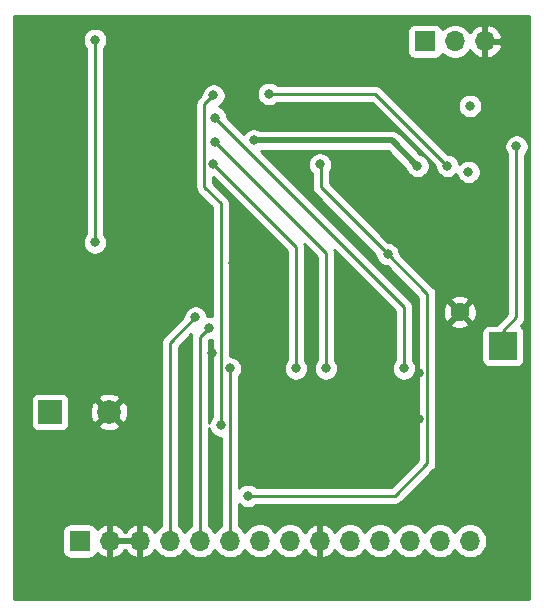
<source format=gbr>
%TF.GenerationSoftware,KiCad,Pcbnew,(5.1.10)-1*%
%TF.CreationDate,2021-07-07T23:24:12+02:00*%
%TF.ProjectId,Wortuhr_SK6812,576f7274-7568-4725-9f53-4b363831322e,rev?*%
%TF.SameCoordinates,Original*%
%TF.FileFunction,Copper,L2,Bot*%
%TF.FilePolarity,Positive*%
%FSLAX46Y46*%
G04 Gerber Fmt 4.6, Leading zero omitted, Abs format (unit mm)*
G04 Created by KiCad (PCBNEW (5.1.10)-1) date 2021-07-07 23:24:12*
%MOMM*%
%LPD*%
G01*
G04 APERTURE LIST*
%TA.AperFunction,ComponentPad*%
%ADD10O,1.700000X1.700000*%
%TD*%
%TA.AperFunction,ComponentPad*%
%ADD11R,1.700000X1.700000*%
%TD*%
%TA.AperFunction,ComponentPad*%
%ADD12C,1.600000*%
%TD*%
%TA.AperFunction,ComponentPad*%
%ADD13R,2.350000X2.350000*%
%TD*%
%TA.AperFunction,ComponentPad*%
%ADD14C,2.000000*%
%TD*%
%TA.AperFunction,ComponentPad*%
%ADD15R,2.000000X2.000000*%
%TD*%
%TA.AperFunction,ViaPad*%
%ADD16C,0.800000*%
%TD*%
%TA.AperFunction,Conductor*%
%ADD17C,0.250000*%
%TD*%
%TA.AperFunction,Conductor*%
%ADD18C,0.500000*%
%TD*%
%TA.AperFunction,Conductor*%
%ADD19C,0.254000*%
%TD*%
%TA.AperFunction,Conductor*%
%ADD20C,0.100000*%
%TD*%
G04 APERTURE END LIST*
D10*
%TO.P,J2,3*%
%TO.N,GND*%
X153035000Y-110871000D03*
%TO.P,J2,2*%
%TO.N,/RX*%
X150495000Y-110871000D03*
D11*
%TO.P,J2,1*%
%TO.N,/TX*%
X147955000Y-110871000D03*
%TD*%
D12*
%TO.P,BT1,2*%
%TO.N,GND*%
X150909000Y-133777000D03*
D13*
%TO.P,BT1,1*%
%TO.N,Net-(BT1-Pad1)*%
X154559000Y-136652000D03*
%TD*%
D10*
%TO.P,J1,14*%
%TO.N,VCC*%
X151765000Y-153162000D03*
%TO.P,J1,13*%
%TO.N,/MOS4*%
X149225000Y-153162000D03*
%TO.P,J1,12*%
%TO.N,/MOS3*%
X146685000Y-153162000D03*
%TO.P,J1,11*%
%TO.N,/MOS2*%
X144145000Y-153162000D03*
%TO.P,J1,10*%
%TO.N,/MOS1*%
X141605000Y-153162000D03*
%TO.P,J1,9*%
%TO.N,GND*%
X139065000Y-153162000D03*
%TO.P,J1,8*%
%TO.N,/C5*%
X136525000Y-153162000D03*
%TO.P,J1,7*%
%TO.N,/D5*%
X133985000Y-153162000D03*
%TO.P,J1,6*%
%TO.N,+3V3*%
X131445000Y-153162000D03*
%TO.P,J1,5*%
%TO.N,/SDA*%
X128905000Y-153162000D03*
%TO.P,J1,4*%
%TO.N,/SCL*%
X126365000Y-153162000D03*
%TO.P,J1,3*%
%TO.N,GND*%
X123825000Y-153162000D03*
%TO.P,J1,2*%
X121285000Y-153162000D03*
D11*
%TO.P,J1,1*%
%TO.N,VCC*%
X118745000Y-153162000D03*
%TD*%
D14*
%TO.P,C1,2*%
%TO.N,GND*%
X121205000Y-142240000D03*
D15*
%TO.P,C1,1*%
%TO.N,VCC*%
X116205000Y-142240000D03*
%TD*%
D16*
%TO.N,*%
X151765000Y-116332000D03*
X151638000Y-121920000D03*
%TO.N,GND*%
X121158000Y-139700000D03*
X126111000Y-134493000D03*
X123698000Y-150622000D03*
X121285000Y-150622000D03*
X124206000Y-120142000D03*
X114808000Y-110998000D03*
X117602000Y-110998000D03*
X121158000Y-130175000D03*
X154051000Y-126238000D03*
X138938000Y-110617000D03*
X138938000Y-112141000D03*
X133604000Y-110617000D03*
X133604000Y-112141000D03*
X132588000Y-117094000D03*
X129286000Y-125984000D03*
X138811000Y-150622000D03*
X138303000Y-142875000D03*
X140843000Y-142875000D03*
X144907000Y-142875000D03*
X147447000Y-142875000D03*
X151257000Y-139192000D03*
X131699000Y-129667000D03*
X147447000Y-138938000D03*
X144907000Y-138938000D03*
X117602000Y-115443000D03*
X117475000Y-119761000D03*
X137033000Y-117094000D03*
X137033000Y-121285000D03*
X129921000Y-137287000D03*
X154305000Y-116332000D03*
X154178000Y-121920000D03*
X145542000Y-131191000D03*
X131826000Y-133096000D03*
X140970000Y-132842000D03*
X133223000Y-143637000D03*
X125349000Y-112141000D03*
X130175000Y-150622000D03*
X127635000Y-150622000D03*
X140843000Y-138938000D03*
X138303000Y-138938000D03*
%TO.N,+3V3*%
X131445000Y-138557000D03*
X133477000Y-119253000D03*
X147320000Y-121412000D03*
%TO.N,/SDA*%
X129667000Y-135128000D03*
%TO.N,/SCL*%
X128524000Y-134239000D03*
%TO.N,Net-(Q1-Pad4)*%
X130048000Y-121285000D03*
X137033000Y-138557000D03*
%TO.N,Net-(Q1-Pad2)*%
X130175000Y-119380000D03*
X139573000Y-138557000D03*
%TO.N,Net-(Q2-Pad2)*%
X130175000Y-117348000D03*
X146177000Y-138557000D03*
%TO.N,Net-(BT1-Pad1)*%
X155702000Y-119761000D03*
%TO.N,/RST*%
X120015000Y-127889000D03*
X120015000Y-110744000D03*
X134747000Y-115316000D03*
X149860000Y-121412000D03*
%TO.N,/D3.3*%
X132969000Y-149352000D03*
X139065000Y-121285000D03*
X144808501Y-128876499D03*
%TO.N,/C3.3*%
X130048000Y-115443000D03*
X130683000Y-143383000D03*
%TD*%
D17*
%TO.N,+3V3*%
X131445000Y-149802998D02*
X131445000Y-138557000D01*
X131445000Y-153162000D02*
X131445000Y-149802998D01*
D18*
X133477000Y-119253000D02*
X145161000Y-119253000D01*
X145161000Y-119253000D02*
X147320000Y-121412000D01*
D17*
%TO.N,/SDA*%
X128905000Y-135890000D02*
X129667000Y-135128000D01*
X128905000Y-153162000D02*
X128905000Y-135890000D01*
%TO.N,/SCL*%
X126365000Y-153162000D02*
X126365000Y-136398000D01*
X126365000Y-136398000D02*
X128524000Y-134239000D01*
%TO.N,Net-(Q1-Pad4)*%
X137033000Y-128270000D02*
X137033000Y-138557000D01*
X130048000Y-121285000D02*
X137033000Y-128270000D01*
%TO.N,Net-(Q1-Pad2)*%
X139573000Y-128778000D02*
X139573000Y-138557000D01*
X130175000Y-119380000D02*
X139573000Y-128778000D01*
%TO.N,Net-(Q2-Pad2)*%
X146177000Y-133350000D02*
X146177000Y-138557000D01*
X130175000Y-117348000D02*
X146177000Y-133350000D01*
%TO.N,Net-(BT1-Pad1)*%
X155702000Y-119761000D02*
X155702000Y-134239000D01*
X154559000Y-135382000D02*
X154559000Y-136652000D01*
X155702000Y-134239000D02*
X154559000Y-135382000D01*
%TO.N,/RST*%
X143764000Y-115316000D02*
X149860000Y-121412000D01*
X134747000Y-115316000D02*
X143764000Y-115316000D01*
X120015000Y-110744000D02*
X120015000Y-127889000D01*
%TO.N,/D3.3*%
X148172001Y-146594999D02*
X148172001Y-132239999D01*
X145415000Y-149352000D02*
X148172001Y-146594999D01*
X132969000Y-149352000D02*
X145415000Y-149352000D01*
X144808501Y-128876499D02*
X148172001Y-132239999D01*
X144808501Y-128876499D02*
X139122002Y-123190000D01*
X139122002Y-121342002D02*
X139065000Y-121285000D01*
X139122002Y-123190000D02*
X139122002Y-121342002D01*
%TO.N,/C3.3*%
X130048000Y-115570000D02*
X130048000Y-115443000D01*
X129286000Y-116205000D02*
X130048000Y-115443000D01*
X129286000Y-123190000D02*
X129286000Y-116205000D01*
X130683000Y-124587000D02*
X129286000Y-123190000D01*
X130683000Y-143383000D02*
X130683000Y-124587000D01*
%TD*%
D19*
%TO.N,GND*%
X156795001Y-158065000D02*
X113207000Y-158065000D01*
X113207000Y-152312000D01*
X117256928Y-152312000D01*
X117256928Y-154012000D01*
X117269188Y-154136482D01*
X117305498Y-154256180D01*
X117364463Y-154366494D01*
X117443815Y-154463185D01*
X117540506Y-154542537D01*
X117650820Y-154601502D01*
X117770518Y-154637812D01*
X117895000Y-154650072D01*
X119595000Y-154650072D01*
X119719482Y-154637812D01*
X119839180Y-154601502D01*
X119949494Y-154542537D01*
X120046185Y-154463185D01*
X120125537Y-154366494D01*
X120184502Y-154256180D01*
X120208966Y-154175534D01*
X120284731Y-154259588D01*
X120518080Y-154433641D01*
X120780901Y-154558825D01*
X120928110Y-154603476D01*
X121158000Y-154482155D01*
X121158000Y-153289000D01*
X121412000Y-153289000D01*
X121412000Y-154482155D01*
X121641890Y-154603476D01*
X121789099Y-154558825D01*
X122051920Y-154433641D01*
X122285269Y-154259588D01*
X122480178Y-154043355D01*
X122555000Y-153917745D01*
X122629822Y-154043355D01*
X122824731Y-154259588D01*
X123058080Y-154433641D01*
X123320901Y-154558825D01*
X123468110Y-154603476D01*
X123698000Y-154482155D01*
X123698000Y-153289000D01*
X121412000Y-153289000D01*
X121158000Y-153289000D01*
X121138000Y-153289000D01*
X121138000Y-153035000D01*
X121158000Y-153035000D01*
X121158000Y-151841845D01*
X121412000Y-151841845D01*
X121412000Y-153035000D01*
X123698000Y-153035000D01*
X123698000Y-151841845D01*
X123952000Y-151841845D01*
X123952000Y-153035000D01*
X123972000Y-153035000D01*
X123972000Y-153289000D01*
X123952000Y-153289000D01*
X123952000Y-154482155D01*
X124181890Y-154603476D01*
X124329099Y-154558825D01*
X124591920Y-154433641D01*
X124825269Y-154259588D01*
X125020178Y-154043355D01*
X125089805Y-153926466D01*
X125211525Y-154108632D01*
X125418368Y-154315475D01*
X125661589Y-154477990D01*
X125931842Y-154589932D01*
X126218740Y-154647000D01*
X126511260Y-154647000D01*
X126798158Y-154589932D01*
X127068411Y-154477990D01*
X127311632Y-154315475D01*
X127518475Y-154108632D01*
X127635000Y-153934240D01*
X127751525Y-154108632D01*
X127958368Y-154315475D01*
X128201589Y-154477990D01*
X128471842Y-154589932D01*
X128758740Y-154647000D01*
X129051260Y-154647000D01*
X129338158Y-154589932D01*
X129608411Y-154477990D01*
X129851632Y-154315475D01*
X130058475Y-154108632D01*
X130175000Y-153934240D01*
X130291525Y-154108632D01*
X130498368Y-154315475D01*
X130741589Y-154477990D01*
X131011842Y-154589932D01*
X131298740Y-154647000D01*
X131591260Y-154647000D01*
X131878158Y-154589932D01*
X132148411Y-154477990D01*
X132391632Y-154315475D01*
X132598475Y-154108632D01*
X132715000Y-153934240D01*
X132831525Y-154108632D01*
X133038368Y-154315475D01*
X133281589Y-154477990D01*
X133551842Y-154589932D01*
X133838740Y-154647000D01*
X134131260Y-154647000D01*
X134418158Y-154589932D01*
X134688411Y-154477990D01*
X134931632Y-154315475D01*
X135138475Y-154108632D01*
X135255000Y-153934240D01*
X135371525Y-154108632D01*
X135578368Y-154315475D01*
X135821589Y-154477990D01*
X136091842Y-154589932D01*
X136378740Y-154647000D01*
X136671260Y-154647000D01*
X136958158Y-154589932D01*
X137228411Y-154477990D01*
X137471632Y-154315475D01*
X137678475Y-154108632D01*
X137800195Y-153926466D01*
X137869822Y-154043355D01*
X138064731Y-154259588D01*
X138298080Y-154433641D01*
X138560901Y-154558825D01*
X138708110Y-154603476D01*
X138938000Y-154482155D01*
X138938000Y-153289000D01*
X138918000Y-153289000D01*
X138918000Y-153035000D01*
X138938000Y-153035000D01*
X138938000Y-151841845D01*
X139192000Y-151841845D01*
X139192000Y-153035000D01*
X139212000Y-153035000D01*
X139212000Y-153289000D01*
X139192000Y-153289000D01*
X139192000Y-154482155D01*
X139421890Y-154603476D01*
X139569099Y-154558825D01*
X139831920Y-154433641D01*
X140065269Y-154259588D01*
X140260178Y-154043355D01*
X140329805Y-153926466D01*
X140451525Y-154108632D01*
X140658368Y-154315475D01*
X140901589Y-154477990D01*
X141171842Y-154589932D01*
X141458740Y-154647000D01*
X141751260Y-154647000D01*
X142038158Y-154589932D01*
X142308411Y-154477990D01*
X142551632Y-154315475D01*
X142758475Y-154108632D01*
X142875000Y-153934240D01*
X142991525Y-154108632D01*
X143198368Y-154315475D01*
X143441589Y-154477990D01*
X143711842Y-154589932D01*
X143998740Y-154647000D01*
X144291260Y-154647000D01*
X144578158Y-154589932D01*
X144848411Y-154477990D01*
X145091632Y-154315475D01*
X145298475Y-154108632D01*
X145415000Y-153934240D01*
X145531525Y-154108632D01*
X145738368Y-154315475D01*
X145981589Y-154477990D01*
X146251842Y-154589932D01*
X146538740Y-154647000D01*
X146831260Y-154647000D01*
X147118158Y-154589932D01*
X147388411Y-154477990D01*
X147631632Y-154315475D01*
X147838475Y-154108632D01*
X147955000Y-153934240D01*
X148071525Y-154108632D01*
X148278368Y-154315475D01*
X148521589Y-154477990D01*
X148791842Y-154589932D01*
X149078740Y-154647000D01*
X149371260Y-154647000D01*
X149658158Y-154589932D01*
X149928411Y-154477990D01*
X150171632Y-154315475D01*
X150378475Y-154108632D01*
X150495000Y-153934240D01*
X150611525Y-154108632D01*
X150818368Y-154315475D01*
X151061589Y-154477990D01*
X151331842Y-154589932D01*
X151618740Y-154647000D01*
X151911260Y-154647000D01*
X152198158Y-154589932D01*
X152468411Y-154477990D01*
X152711632Y-154315475D01*
X152918475Y-154108632D01*
X153080990Y-153865411D01*
X153192932Y-153595158D01*
X153250000Y-153308260D01*
X153250000Y-153015740D01*
X153192932Y-152728842D01*
X153080990Y-152458589D01*
X152918475Y-152215368D01*
X152711632Y-152008525D01*
X152468411Y-151846010D01*
X152198158Y-151734068D01*
X151911260Y-151677000D01*
X151618740Y-151677000D01*
X151331842Y-151734068D01*
X151061589Y-151846010D01*
X150818368Y-152008525D01*
X150611525Y-152215368D01*
X150495000Y-152389760D01*
X150378475Y-152215368D01*
X150171632Y-152008525D01*
X149928411Y-151846010D01*
X149658158Y-151734068D01*
X149371260Y-151677000D01*
X149078740Y-151677000D01*
X148791842Y-151734068D01*
X148521589Y-151846010D01*
X148278368Y-152008525D01*
X148071525Y-152215368D01*
X147955000Y-152389760D01*
X147838475Y-152215368D01*
X147631632Y-152008525D01*
X147388411Y-151846010D01*
X147118158Y-151734068D01*
X146831260Y-151677000D01*
X146538740Y-151677000D01*
X146251842Y-151734068D01*
X145981589Y-151846010D01*
X145738368Y-152008525D01*
X145531525Y-152215368D01*
X145415000Y-152389760D01*
X145298475Y-152215368D01*
X145091632Y-152008525D01*
X144848411Y-151846010D01*
X144578158Y-151734068D01*
X144291260Y-151677000D01*
X143998740Y-151677000D01*
X143711842Y-151734068D01*
X143441589Y-151846010D01*
X143198368Y-152008525D01*
X142991525Y-152215368D01*
X142875000Y-152389760D01*
X142758475Y-152215368D01*
X142551632Y-152008525D01*
X142308411Y-151846010D01*
X142038158Y-151734068D01*
X141751260Y-151677000D01*
X141458740Y-151677000D01*
X141171842Y-151734068D01*
X140901589Y-151846010D01*
X140658368Y-152008525D01*
X140451525Y-152215368D01*
X140329805Y-152397534D01*
X140260178Y-152280645D01*
X140065269Y-152064412D01*
X139831920Y-151890359D01*
X139569099Y-151765175D01*
X139421890Y-151720524D01*
X139192000Y-151841845D01*
X138938000Y-151841845D01*
X138708110Y-151720524D01*
X138560901Y-151765175D01*
X138298080Y-151890359D01*
X138064731Y-152064412D01*
X137869822Y-152280645D01*
X137800195Y-152397534D01*
X137678475Y-152215368D01*
X137471632Y-152008525D01*
X137228411Y-151846010D01*
X136958158Y-151734068D01*
X136671260Y-151677000D01*
X136378740Y-151677000D01*
X136091842Y-151734068D01*
X135821589Y-151846010D01*
X135578368Y-152008525D01*
X135371525Y-152215368D01*
X135255000Y-152389760D01*
X135138475Y-152215368D01*
X134931632Y-152008525D01*
X134688411Y-151846010D01*
X134418158Y-151734068D01*
X134131260Y-151677000D01*
X133838740Y-151677000D01*
X133551842Y-151734068D01*
X133281589Y-151846010D01*
X133038368Y-152008525D01*
X132831525Y-152215368D01*
X132715000Y-152389760D01*
X132598475Y-152215368D01*
X132391632Y-152008525D01*
X132205000Y-151883822D01*
X132205000Y-150051711D01*
X132309226Y-150155937D01*
X132478744Y-150269205D01*
X132667102Y-150347226D01*
X132867061Y-150387000D01*
X133070939Y-150387000D01*
X133270898Y-150347226D01*
X133459256Y-150269205D01*
X133628774Y-150155937D01*
X133672711Y-150112000D01*
X145377678Y-150112000D01*
X145415000Y-150115676D01*
X145452322Y-150112000D01*
X145452333Y-150112000D01*
X145563986Y-150101003D01*
X145707247Y-150057546D01*
X145839276Y-149986974D01*
X145955001Y-149892001D01*
X145978804Y-149862997D01*
X148683005Y-147158797D01*
X148712002Y-147135000D01*
X148806975Y-147019275D01*
X148877547Y-146887246D01*
X148921004Y-146743985D01*
X148932001Y-146632332D01*
X148932001Y-146632323D01*
X148935677Y-146595000D01*
X148932001Y-146557677D01*
X148932001Y-135477000D01*
X152745928Y-135477000D01*
X152745928Y-137827000D01*
X152758188Y-137951482D01*
X152794498Y-138071180D01*
X152853463Y-138181494D01*
X152932815Y-138278185D01*
X153029506Y-138357537D01*
X153139820Y-138416502D01*
X153259518Y-138452812D01*
X153384000Y-138465072D01*
X155734000Y-138465072D01*
X155858482Y-138452812D01*
X155978180Y-138416502D01*
X156088494Y-138357537D01*
X156185185Y-138278185D01*
X156264537Y-138181494D01*
X156323502Y-138071180D01*
X156359812Y-137951482D01*
X156372072Y-137827000D01*
X156372072Y-135477000D01*
X156359812Y-135352518D01*
X156323502Y-135232820D01*
X156264537Y-135122506D01*
X156185185Y-135025815D01*
X156088494Y-134946463D01*
X156076011Y-134939791D01*
X156213003Y-134802799D01*
X156242001Y-134779001D01*
X156282826Y-134729256D01*
X156336974Y-134663277D01*
X156407546Y-134531247D01*
X156449393Y-134393292D01*
X156451003Y-134387986D01*
X156462000Y-134276333D01*
X156462000Y-134276324D01*
X156465676Y-134239001D01*
X156462000Y-134201678D01*
X156462000Y-120464711D01*
X156505937Y-120420774D01*
X156619205Y-120251256D01*
X156697226Y-120062898D01*
X156737000Y-119862939D01*
X156737000Y-119659061D01*
X156697226Y-119459102D01*
X156619205Y-119270744D01*
X156505937Y-119101226D01*
X156361774Y-118957063D01*
X156192256Y-118843795D01*
X156003898Y-118765774D01*
X155803939Y-118726000D01*
X155600061Y-118726000D01*
X155400102Y-118765774D01*
X155211744Y-118843795D01*
X155042226Y-118957063D01*
X154898063Y-119101226D01*
X154784795Y-119270744D01*
X154706774Y-119459102D01*
X154667000Y-119659061D01*
X154667000Y-119862939D01*
X154706774Y-120062898D01*
X154784795Y-120251256D01*
X154898063Y-120420774D01*
X154942000Y-120464711D01*
X154942001Y-133924197D01*
X154048002Y-134818196D01*
X154022741Y-134838928D01*
X153384000Y-134838928D01*
X153259518Y-134851188D01*
X153139820Y-134887498D01*
X153029506Y-134946463D01*
X152932815Y-135025815D01*
X152853463Y-135122506D01*
X152794498Y-135232820D01*
X152758188Y-135352518D01*
X152745928Y-135477000D01*
X148932001Y-135477000D01*
X148932001Y-134769702D01*
X150095903Y-134769702D01*
X150167486Y-135013671D01*
X150422996Y-135134571D01*
X150697184Y-135203300D01*
X150979512Y-135217217D01*
X151259130Y-135175787D01*
X151525292Y-135080603D01*
X151650514Y-135013671D01*
X151722097Y-134769702D01*
X150909000Y-133956605D01*
X150095903Y-134769702D01*
X148932001Y-134769702D01*
X148932001Y-133847512D01*
X149468783Y-133847512D01*
X149510213Y-134127130D01*
X149605397Y-134393292D01*
X149672329Y-134518514D01*
X149916298Y-134590097D01*
X150729395Y-133777000D01*
X151088605Y-133777000D01*
X151901702Y-134590097D01*
X152145671Y-134518514D01*
X152266571Y-134263004D01*
X152335300Y-133988816D01*
X152349217Y-133706488D01*
X152307787Y-133426870D01*
X152212603Y-133160708D01*
X152145671Y-133035486D01*
X151901702Y-132963903D01*
X151088605Y-133777000D01*
X150729395Y-133777000D01*
X149916298Y-132963903D01*
X149672329Y-133035486D01*
X149551429Y-133290996D01*
X149482700Y-133565184D01*
X149468783Y-133847512D01*
X148932001Y-133847512D01*
X148932001Y-132784298D01*
X150095903Y-132784298D01*
X150909000Y-133597395D01*
X151722097Y-132784298D01*
X151650514Y-132540329D01*
X151395004Y-132419429D01*
X151120816Y-132350700D01*
X150838488Y-132336783D01*
X150558870Y-132378213D01*
X150292708Y-132473397D01*
X150167486Y-132540329D01*
X150095903Y-132784298D01*
X148932001Y-132784298D01*
X148932001Y-132277321D01*
X148935677Y-132239998D01*
X148932001Y-132202675D01*
X148932001Y-132202666D01*
X148921004Y-132091013D01*
X148877547Y-131947752D01*
X148806975Y-131815723D01*
X148712002Y-131699998D01*
X148683004Y-131676200D01*
X145843501Y-128836698D01*
X145843501Y-128774560D01*
X145803727Y-128574601D01*
X145725706Y-128386243D01*
X145612438Y-128216725D01*
X145468275Y-128072562D01*
X145298757Y-127959294D01*
X145110399Y-127881273D01*
X144910440Y-127841499D01*
X144848303Y-127841499D01*
X139882002Y-122875199D01*
X139882002Y-121925221D01*
X139982205Y-121775256D01*
X140060226Y-121586898D01*
X140100000Y-121386939D01*
X140100000Y-121183061D01*
X140060226Y-120983102D01*
X139982205Y-120794744D01*
X139868937Y-120625226D01*
X139724774Y-120481063D01*
X139555256Y-120367795D01*
X139366898Y-120289774D01*
X139166939Y-120250000D01*
X138963061Y-120250000D01*
X138763102Y-120289774D01*
X138574744Y-120367795D01*
X138405226Y-120481063D01*
X138261063Y-120625226D01*
X138147795Y-120794744D01*
X138069774Y-120983102D01*
X138030000Y-121183061D01*
X138030000Y-121386939D01*
X138069774Y-121586898D01*
X138147795Y-121775256D01*
X138261063Y-121944774D01*
X138362003Y-122045714D01*
X138362002Y-123152677D01*
X138358326Y-123190000D01*
X138362002Y-123227322D01*
X138362002Y-123227332D01*
X138372999Y-123338985D01*
X138416456Y-123482246D01*
X138487028Y-123614276D01*
X138526873Y-123662826D01*
X138582001Y-123730001D01*
X138611005Y-123753804D01*
X143773501Y-128916301D01*
X143773501Y-128978438D01*
X143813275Y-129178397D01*
X143891296Y-129366755D01*
X144004564Y-129536273D01*
X144148727Y-129680436D01*
X144318245Y-129793704D01*
X144506603Y-129871725D01*
X144706562Y-129911499D01*
X144768700Y-129911499D01*
X147412002Y-132554802D01*
X147412001Y-146280197D01*
X145100199Y-148592000D01*
X133672711Y-148592000D01*
X133628774Y-148548063D01*
X133459256Y-148434795D01*
X133270898Y-148356774D01*
X133070939Y-148317000D01*
X132867061Y-148317000D01*
X132667102Y-148356774D01*
X132478744Y-148434795D01*
X132309226Y-148548063D01*
X132205000Y-148652289D01*
X132205000Y-139260711D01*
X132248937Y-139216774D01*
X132362205Y-139047256D01*
X132440226Y-138858898D01*
X132480000Y-138658939D01*
X132480000Y-138455061D01*
X132440226Y-138255102D01*
X132362205Y-138066744D01*
X132248937Y-137897226D01*
X132104774Y-137753063D01*
X131935256Y-137639795D01*
X131746898Y-137561774D01*
X131546939Y-137522000D01*
X131443000Y-137522000D01*
X131443000Y-124624322D01*
X131446676Y-124586999D01*
X131443000Y-124549676D01*
X131443000Y-124549667D01*
X131432003Y-124438014D01*
X131388546Y-124294753D01*
X131317974Y-124162724D01*
X131223001Y-124046999D01*
X131194003Y-124023201D01*
X130046000Y-122875199D01*
X130046000Y-122357801D01*
X136273000Y-128584802D01*
X136273001Y-137853288D01*
X136229063Y-137897226D01*
X136115795Y-138066744D01*
X136037774Y-138255102D01*
X135998000Y-138455061D01*
X135998000Y-138658939D01*
X136037774Y-138858898D01*
X136115795Y-139047256D01*
X136229063Y-139216774D01*
X136373226Y-139360937D01*
X136542744Y-139474205D01*
X136731102Y-139552226D01*
X136931061Y-139592000D01*
X137134939Y-139592000D01*
X137334898Y-139552226D01*
X137523256Y-139474205D01*
X137692774Y-139360937D01*
X137836937Y-139216774D01*
X137950205Y-139047256D01*
X138028226Y-138858898D01*
X138068000Y-138658939D01*
X138068000Y-138455061D01*
X138028226Y-138255102D01*
X137950205Y-138066744D01*
X137836937Y-137897226D01*
X137793000Y-137853289D01*
X137793000Y-128307325D01*
X137796676Y-128270000D01*
X137793000Y-128232675D01*
X137793000Y-128232667D01*
X137782003Y-128121014D01*
X137756222Y-128036024D01*
X138813000Y-129092802D01*
X138813001Y-137853288D01*
X138769063Y-137897226D01*
X138655795Y-138066744D01*
X138577774Y-138255102D01*
X138538000Y-138455061D01*
X138538000Y-138658939D01*
X138577774Y-138858898D01*
X138655795Y-139047256D01*
X138769063Y-139216774D01*
X138913226Y-139360937D01*
X139082744Y-139474205D01*
X139271102Y-139552226D01*
X139471061Y-139592000D01*
X139674939Y-139592000D01*
X139874898Y-139552226D01*
X140063256Y-139474205D01*
X140232774Y-139360937D01*
X140376937Y-139216774D01*
X140490205Y-139047256D01*
X140568226Y-138858898D01*
X140608000Y-138658939D01*
X140608000Y-138455061D01*
X140568226Y-138255102D01*
X140490205Y-138066744D01*
X140376937Y-137897226D01*
X140333000Y-137853289D01*
X140333000Y-128815322D01*
X140336676Y-128777999D01*
X140333000Y-128740676D01*
X140333000Y-128740667D01*
X140322003Y-128629014D01*
X140296222Y-128544024D01*
X145417000Y-133664803D01*
X145417001Y-137853288D01*
X145373063Y-137897226D01*
X145259795Y-138066744D01*
X145181774Y-138255102D01*
X145142000Y-138455061D01*
X145142000Y-138658939D01*
X145181774Y-138858898D01*
X145259795Y-139047256D01*
X145373063Y-139216774D01*
X145517226Y-139360937D01*
X145686744Y-139474205D01*
X145875102Y-139552226D01*
X146075061Y-139592000D01*
X146278939Y-139592000D01*
X146478898Y-139552226D01*
X146667256Y-139474205D01*
X146836774Y-139360937D01*
X146980937Y-139216774D01*
X147094205Y-139047256D01*
X147172226Y-138858898D01*
X147212000Y-138658939D01*
X147212000Y-138455061D01*
X147172226Y-138255102D01*
X147094205Y-138066744D01*
X146980937Y-137897226D01*
X146937000Y-137853289D01*
X146937000Y-133387322D01*
X146940676Y-133349999D01*
X146937000Y-133312676D01*
X146937000Y-133312667D01*
X146926003Y-133201014D01*
X146882546Y-133057753D01*
X146811974Y-132925724D01*
X146770323Y-132874972D01*
X146740799Y-132838996D01*
X146740795Y-132838992D01*
X146717001Y-132809999D01*
X146688010Y-132786207D01*
X134039801Y-120138000D01*
X144794422Y-120138000D01*
X146313465Y-121657044D01*
X146324774Y-121713898D01*
X146402795Y-121902256D01*
X146516063Y-122071774D01*
X146660226Y-122215937D01*
X146829744Y-122329205D01*
X147018102Y-122407226D01*
X147218061Y-122447000D01*
X147421939Y-122447000D01*
X147621898Y-122407226D01*
X147810256Y-122329205D01*
X147979774Y-122215937D01*
X148123937Y-122071774D01*
X148237205Y-121902256D01*
X148315226Y-121713898D01*
X148355000Y-121513939D01*
X148355000Y-121310061D01*
X148315226Y-121110102D01*
X148237205Y-120921744D01*
X148123937Y-120752226D01*
X147979774Y-120608063D01*
X147810256Y-120494795D01*
X147621898Y-120416774D01*
X147565044Y-120405465D01*
X145817534Y-118657956D01*
X145789817Y-118624183D01*
X145655059Y-118513589D01*
X145501313Y-118431411D01*
X145334490Y-118380805D01*
X145204477Y-118368000D01*
X145204469Y-118368000D01*
X145161000Y-118363719D01*
X145117531Y-118368000D01*
X134015454Y-118368000D01*
X133967256Y-118335795D01*
X133778898Y-118257774D01*
X133578939Y-118218000D01*
X133375061Y-118218000D01*
X133175102Y-118257774D01*
X132986744Y-118335795D01*
X132817226Y-118449063D01*
X132673063Y-118593226D01*
X132601752Y-118699951D01*
X131210000Y-117308199D01*
X131210000Y-117246061D01*
X131170226Y-117046102D01*
X131092205Y-116857744D01*
X130978937Y-116688226D01*
X130834774Y-116544063D01*
X130665256Y-116430795D01*
X130516547Y-116369197D01*
X130538256Y-116360205D01*
X130707774Y-116246937D01*
X130851937Y-116102774D01*
X130965205Y-115933256D01*
X131043226Y-115744898D01*
X131083000Y-115544939D01*
X131083000Y-115341061D01*
X131057739Y-115214061D01*
X133712000Y-115214061D01*
X133712000Y-115417939D01*
X133751774Y-115617898D01*
X133829795Y-115806256D01*
X133943063Y-115975774D01*
X134087226Y-116119937D01*
X134256744Y-116233205D01*
X134445102Y-116311226D01*
X134645061Y-116351000D01*
X134848939Y-116351000D01*
X135048898Y-116311226D01*
X135237256Y-116233205D01*
X135406774Y-116119937D01*
X135450711Y-116076000D01*
X143449199Y-116076000D01*
X148825000Y-121451802D01*
X148825000Y-121513939D01*
X148864774Y-121713898D01*
X148942795Y-121902256D01*
X149056063Y-122071774D01*
X149200226Y-122215937D01*
X149369744Y-122329205D01*
X149558102Y-122407226D01*
X149758061Y-122447000D01*
X149961939Y-122447000D01*
X150161898Y-122407226D01*
X150350256Y-122329205D01*
X150519774Y-122215937D01*
X150621378Y-122114333D01*
X150642774Y-122221898D01*
X150720795Y-122410256D01*
X150834063Y-122579774D01*
X150978226Y-122723937D01*
X151147744Y-122837205D01*
X151336102Y-122915226D01*
X151536061Y-122955000D01*
X151739939Y-122955000D01*
X151939898Y-122915226D01*
X152128256Y-122837205D01*
X152297774Y-122723937D01*
X152441937Y-122579774D01*
X152555205Y-122410256D01*
X152633226Y-122221898D01*
X152673000Y-122021939D01*
X152673000Y-121818061D01*
X152633226Y-121618102D01*
X152555205Y-121429744D01*
X152441937Y-121260226D01*
X152297774Y-121116063D01*
X152128256Y-121002795D01*
X151939898Y-120924774D01*
X151739939Y-120885000D01*
X151536061Y-120885000D01*
X151336102Y-120924774D01*
X151147744Y-121002795D01*
X150978226Y-121116063D01*
X150876622Y-121217667D01*
X150855226Y-121110102D01*
X150777205Y-120921744D01*
X150663937Y-120752226D01*
X150519774Y-120608063D01*
X150350256Y-120494795D01*
X150161898Y-120416774D01*
X149961939Y-120377000D01*
X149899802Y-120377000D01*
X145752863Y-116230061D01*
X150730000Y-116230061D01*
X150730000Y-116433939D01*
X150769774Y-116633898D01*
X150847795Y-116822256D01*
X150961063Y-116991774D01*
X151105226Y-117135937D01*
X151274744Y-117249205D01*
X151463102Y-117327226D01*
X151663061Y-117367000D01*
X151866939Y-117367000D01*
X152066898Y-117327226D01*
X152255256Y-117249205D01*
X152424774Y-117135937D01*
X152568937Y-116991774D01*
X152682205Y-116822256D01*
X152760226Y-116633898D01*
X152800000Y-116433939D01*
X152800000Y-116230061D01*
X152760226Y-116030102D01*
X152682205Y-115841744D01*
X152568937Y-115672226D01*
X152424774Y-115528063D01*
X152255256Y-115414795D01*
X152066898Y-115336774D01*
X151866939Y-115297000D01*
X151663061Y-115297000D01*
X151463102Y-115336774D01*
X151274744Y-115414795D01*
X151105226Y-115528063D01*
X150961063Y-115672226D01*
X150847795Y-115841744D01*
X150769774Y-116030102D01*
X150730000Y-116230061D01*
X145752863Y-116230061D01*
X144327804Y-114805003D01*
X144304001Y-114775999D01*
X144188276Y-114681026D01*
X144056247Y-114610454D01*
X143912986Y-114566997D01*
X143801333Y-114556000D01*
X143801322Y-114556000D01*
X143764000Y-114552324D01*
X143726678Y-114556000D01*
X135450711Y-114556000D01*
X135406774Y-114512063D01*
X135237256Y-114398795D01*
X135048898Y-114320774D01*
X134848939Y-114281000D01*
X134645061Y-114281000D01*
X134445102Y-114320774D01*
X134256744Y-114398795D01*
X134087226Y-114512063D01*
X133943063Y-114656226D01*
X133829795Y-114825744D01*
X133751774Y-115014102D01*
X133712000Y-115214061D01*
X131057739Y-115214061D01*
X131043226Y-115141102D01*
X130965205Y-114952744D01*
X130851937Y-114783226D01*
X130707774Y-114639063D01*
X130538256Y-114525795D01*
X130349898Y-114447774D01*
X130149939Y-114408000D01*
X129946061Y-114408000D01*
X129746102Y-114447774D01*
X129557744Y-114525795D01*
X129388226Y-114639063D01*
X129244063Y-114783226D01*
X129130795Y-114952744D01*
X129052774Y-115141102D01*
X129013000Y-115341061D01*
X129013000Y-115403199D01*
X128774998Y-115641201D01*
X128746000Y-115664999D01*
X128722202Y-115693997D01*
X128722201Y-115693998D01*
X128651026Y-115780724D01*
X128580454Y-115912754D01*
X128568861Y-115950974D01*
X128536998Y-116056014D01*
X128531681Y-116110001D01*
X128522324Y-116205000D01*
X128526001Y-116242332D01*
X128526000Y-123152677D01*
X128522324Y-123190000D01*
X128526000Y-123227322D01*
X128526000Y-123227332D01*
X128536997Y-123338985D01*
X128580454Y-123482246D01*
X128651026Y-123614276D01*
X128690871Y-123662826D01*
X128745999Y-123730001D01*
X128775003Y-123753804D01*
X129923001Y-124901803D01*
X129923000Y-134123644D01*
X129768939Y-134093000D01*
X129565061Y-134093000D01*
X129550800Y-134095837D01*
X129519226Y-133937102D01*
X129441205Y-133748744D01*
X129327937Y-133579226D01*
X129183774Y-133435063D01*
X129014256Y-133321795D01*
X128825898Y-133243774D01*
X128625939Y-133204000D01*
X128422061Y-133204000D01*
X128222102Y-133243774D01*
X128033744Y-133321795D01*
X127864226Y-133435063D01*
X127720063Y-133579226D01*
X127606795Y-133748744D01*
X127528774Y-133937102D01*
X127489000Y-134137061D01*
X127489000Y-134199198D01*
X125853998Y-135834201D01*
X125825000Y-135857999D01*
X125801202Y-135886997D01*
X125801201Y-135886998D01*
X125730026Y-135973724D01*
X125659454Y-136105754D01*
X125615998Y-136249015D01*
X125601324Y-136398000D01*
X125605001Y-136435333D01*
X125605000Y-151883821D01*
X125418368Y-152008525D01*
X125211525Y-152215368D01*
X125089805Y-152397534D01*
X125020178Y-152280645D01*
X124825269Y-152064412D01*
X124591920Y-151890359D01*
X124329099Y-151765175D01*
X124181890Y-151720524D01*
X123952000Y-151841845D01*
X123698000Y-151841845D01*
X123468110Y-151720524D01*
X123320901Y-151765175D01*
X123058080Y-151890359D01*
X122824731Y-152064412D01*
X122629822Y-152280645D01*
X122555000Y-152406255D01*
X122480178Y-152280645D01*
X122285269Y-152064412D01*
X122051920Y-151890359D01*
X121789099Y-151765175D01*
X121641890Y-151720524D01*
X121412000Y-151841845D01*
X121158000Y-151841845D01*
X120928110Y-151720524D01*
X120780901Y-151765175D01*
X120518080Y-151890359D01*
X120284731Y-152064412D01*
X120208966Y-152148466D01*
X120184502Y-152067820D01*
X120125537Y-151957506D01*
X120046185Y-151860815D01*
X119949494Y-151781463D01*
X119839180Y-151722498D01*
X119719482Y-151686188D01*
X119595000Y-151673928D01*
X117895000Y-151673928D01*
X117770518Y-151686188D01*
X117650820Y-151722498D01*
X117540506Y-151781463D01*
X117443815Y-151860815D01*
X117364463Y-151957506D01*
X117305498Y-152067820D01*
X117269188Y-152187518D01*
X117256928Y-152312000D01*
X113207000Y-152312000D01*
X113207000Y-141240000D01*
X114566928Y-141240000D01*
X114566928Y-143240000D01*
X114579188Y-143364482D01*
X114615498Y-143484180D01*
X114674463Y-143594494D01*
X114753815Y-143691185D01*
X114850506Y-143770537D01*
X114960820Y-143829502D01*
X115080518Y-143865812D01*
X115205000Y-143878072D01*
X117205000Y-143878072D01*
X117329482Y-143865812D01*
X117449180Y-143829502D01*
X117559494Y-143770537D01*
X117656185Y-143691185D01*
X117735537Y-143594494D01*
X117794502Y-143484180D01*
X117827496Y-143375413D01*
X120249192Y-143375413D01*
X120344956Y-143639814D01*
X120634571Y-143780704D01*
X120946108Y-143862384D01*
X121267595Y-143881718D01*
X121586675Y-143837961D01*
X121891088Y-143732795D01*
X122065044Y-143639814D01*
X122160808Y-143375413D01*
X121205000Y-142419605D01*
X120249192Y-143375413D01*
X117827496Y-143375413D01*
X117830812Y-143364482D01*
X117843072Y-143240000D01*
X117843072Y-142302595D01*
X119563282Y-142302595D01*
X119607039Y-142621675D01*
X119712205Y-142926088D01*
X119805186Y-143100044D01*
X120069587Y-143195808D01*
X121025395Y-142240000D01*
X121384605Y-142240000D01*
X122340413Y-143195808D01*
X122604814Y-143100044D01*
X122745704Y-142810429D01*
X122827384Y-142498892D01*
X122846718Y-142177405D01*
X122802961Y-141858325D01*
X122697795Y-141553912D01*
X122604814Y-141379956D01*
X122340413Y-141284192D01*
X121384605Y-142240000D01*
X121025395Y-142240000D01*
X120069587Y-141284192D01*
X119805186Y-141379956D01*
X119664296Y-141669571D01*
X119582616Y-141981108D01*
X119563282Y-142302595D01*
X117843072Y-142302595D01*
X117843072Y-141240000D01*
X117830812Y-141115518D01*
X117827497Y-141104587D01*
X120249192Y-141104587D01*
X121205000Y-142060395D01*
X122160808Y-141104587D01*
X122065044Y-140840186D01*
X121775429Y-140699296D01*
X121463892Y-140617616D01*
X121142405Y-140598282D01*
X120823325Y-140642039D01*
X120518912Y-140747205D01*
X120344956Y-140840186D01*
X120249192Y-141104587D01*
X117827497Y-141104587D01*
X117794502Y-140995820D01*
X117735537Y-140885506D01*
X117656185Y-140788815D01*
X117559494Y-140709463D01*
X117449180Y-140650498D01*
X117329482Y-140614188D01*
X117205000Y-140601928D01*
X115205000Y-140601928D01*
X115080518Y-140614188D01*
X114960820Y-140650498D01*
X114850506Y-140709463D01*
X114753815Y-140788815D01*
X114674463Y-140885506D01*
X114615498Y-140995820D01*
X114579188Y-141115518D01*
X114566928Y-141240000D01*
X113207000Y-141240000D01*
X113207000Y-110642061D01*
X118980000Y-110642061D01*
X118980000Y-110845939D01*
X119019774Y-111045898D01*
X119097795Y-111234256D01*
X119211063Y-111403774D01*
X119255000Y-111447711D01*
X119255001Y-127185288D01*
X119211063Y-127229226D01*
X119097795Y-127398744D01*
X119019774Y-127587102D01*
X118980000Y-127787061D01*
X118980000Y-127990939D01*
X119019774Y-128190898D01*
X119097795Y-128379256D01*
X119211063Y-128548774D01*
X119355226Y-128692937D01*
X119524744Y-128806205D01*
X119713102Y-128884226D01*
X119913061Y-128924000D01*
X120116939Y-128924000D01*
X120316898Y-128884226D01*
X120505256Y-128806205D01*
X120674774Y-128692937D01*
X120818937Y-128548774D01*
X120932205Y-128379256D01*
X121010226Y-128190898D01*
X121050000Y-127990939D01*
X121050000Y-127787061D01*
X121010226Y-127587102D01*
X120932205Y-127398744D01*
X120818937Y-127229226D01*
X120775000Y-127185289D01*
X120775000Y-111447711D01*
X120818937Y-111403774D01*
X120932205Y-111234256D01*
X121010226Y-111045898D01*
X121050000Y-110845939D01*
X121050000Y-110642061D01*
X121010226Y-110442102D01*
X120932205Y-110253744D01*
X120818937Y-110084226D01*
X120755711Y-110021000D01*
X146466928Y-110021000D01*
X146466928Y-111721000D01*
X146479188Y-111845482D01*
X146515498Y-111965180D01*
X146574463Y-112075494D01*
X146653815Y-112172185D01*
X146750506Y-112251537D01*
X146860820Y-112310502D01*
X146980518Y-112346812D01*
X147105000Y-112359072D01*
X148805000Y-112359072D01*
X148929482Y-112346812D01*
X149049180Y-112310502D01*
X149159494Y-112251537D01*
X149256185Y-112172185D01*
X149335537Y-112075494D01*
X149394502Y-111965180D01*
X149416513Y-111892620D01*
X149548368Y-112024475D01*
X149791589Y-112186990D01*
X150061842Y-112298932D01*
X150348740Y-112356000D01*
X150641260Y-112356000D01*
X150928158Y-112298932D01*
X151198411Y-112186990D01*
X151441632Y-112024475D01*
X151648475Y-111817632D01*
X151770195Y-111635466D01*
X151839822Y-111752355D01*
X152034731Y-111968588D01*
X152268080Y-112142641D01*
X152530901Y-112267825D01*
X152678110Y-112312476D01*
X152908000Y-112191155D01*
X152908000Y-110998000D01*
X153162000Y-110998000D01*
X153162000Y-112191155D01*
X153391890Y-112312476D01*
X153539099Y-112267825D01*
X153801920Y-112142641D01*
X154035269Y-111968588D01*
X154230178Y-111752355D01*
X154379157Y-111502252D01*
X154476481Y-111227891D01*
X154355814Y-110998000D01*
X153162000Y-110998000D01*
X152908000Y-110998000D01*
X152888000Y-110998000D01*
X152888000Y-110744000D01*
X152908000Y-110744000D01*
X152908000Y-109550845D01*
X153162000Y-109550845D01*
X153162000Y-110744000D01*
X154355814Y-110744000D01*
X154476481Y-110514109D01*
X154379157Y-110239748D01*
X154230178Y-109989645D01*
X154035269Y-109773412D01*
X153801920Y-109599359D01*
X153539099Y-109474175D01*
X153391890Y-109429524D01*
X153162000Y-109550845D01*
X152908000Y-109550845D01*
X152678110Y-109429524D01*
X152530901Y-109474175D01*
X152268080Y-109599359D01*
X152034731Y-109773412D01*
X151839822Y-109989645D01*
X151770195Y-110106534D01*
X151648475Y-109924368D01*
X151441632Y-109717525D01*
X151198411Y-109555010D01*
X150928158Y-109443068D01*
X150641260Y-109386000D01*
X150348740Y-109386000D01*
X150061842Y-109443068D01*
X149791589Y-109555010D01*
X149548368Y-109717525D01*
X149416513Y-109849380D01*
X149394502Y-109776820D01*
X149335537Y-109666506D01*
X149256185Y-109569815D01*
X149159494Y-109490463D01*
X149049180Y-109431498D01*
X148929482Y-109395188D01*
X148805000Y-109382928D01*
X147105000Y-109382928D01*
X146980518Y-109395188D01*
X146860820Y-109431498D01*
X146750506Y-109490463D01*
X146653815Y-109569815D01*
X146574463Y-109666506D01*
X146515498Y-109776820D01*
X146479188Y-109896518D01*
X146466928Y-110021000D01*
X120755711Y-110021000D01*
X120674774Y-109940063D01*
X120505256Y-109826795D01*
X120316898Y-109748774D01*
X120116939Y-109709000D01*
X119913061Y-109709000D01*
X119713102Y-109748774D01*
X119524744Y-109826795D01*
X119355226Y-109940063D01*
X119211063Y-110084226D01*
X119097795Y-110253744D01*
X119019774Y-110442102D01*
X118980000Y-110642061D01*
X113207000Y-110642061D01*
X113207000Y-108712000D01*
X156795000Y-108712000D01*
X156795001Y-158065000D01*
%TA.AperFunction,Conductor*%
D20*
G36*
X156795001Y-158065000D02*
G01*
X113207000Y-158065000D01*
X113207000Y-152312000D01*
X117256928Y-152312000D01*
X117256928Y-154012000D01*
X117269188Y-154136482D01*
X117305498Y-154256180D01*
X117364463Y-154366494D01*
X117443815Y-154463185D01*
X117540506Y-154542537D01*
X117650820Y-154601502D01*
X117770518Y-154637812D01*
X117895000Y-154650072D01*
X119595000Y-154650072D01*
X119719482Y-154637812D01*
X119839180Y-154601502D01*
X119949494Y-154542537D01*
X120046185Y-154463185D01*
X120125537Y-154366494D01*
X120184502Y-154256180D01*
X120208966Y-154175534D01*
X120284731Y-154259588D01*
X120518080Y-154433641D01*
X120780901Y-154558825D01*
X120928110Y-154603476D01*
X121158000Y-154482155D01*
X121158000Y-153289000D01*
X121412000Y-153289000D01*
X121412000Y-154482155D01*
X121641890Y-154603476D01*
X121789099Y-154558825D01*
X122051920Y-154433641D01*
X122285269Y-154259588D01*
X122480178Y-154043355D01*
X122555000Y-153917745D01*
X122629822Y-154043355D01*
X122824731Y-154259588D01*
X123058080Y-154433641D01*
X123320901Y-154558825D01*
X123468110Y-154603476D01*
X123698000Y-154482155D01*
X123698000Y-153289000D01*
X121412000Y-153289000D01*
X121158000Y-153289000D01*
X121138000Y-153289000D01*
X121138000Y-153035000D01*
X121158000Y-153035000D01*
X121158000Y-151841845D01*
X121412000Y-151841845D01*
X121412000Y-153035000D01*
X123698000Y-153035000D01*
X123698000Y-151841845D01*
X123952000Y-151841845D01*
X123952000Y-153035000D01*
X123972000Y-153035000D01*
X123972000Y-153289000D01*
X123952000Y-153289000D01*
X123952000Y-154482155D01*
X124181890Y-154603476D01*
X124329099Y-154558825D01*
X124591920Y-154433641D01*
X124825269Y-154259588D01*
X125020178Y-154043355D01*
X125089805Y-153926466D01*
X125211525Y-154108632D01*
X125418368Y-154315475D01*
X125661589Y-154477990D01*
X125931842Y-154589932D01*
X126218740Y-154647000D01*
X126511260Y-154647000D01*
X126798158Y-154589932D01*
X127068411Y-154477990D01*
X127311632Y-154315475D01*
X127518475Y-154108632D01*
X127635000Y-153934240D01*
X127751525Y-154108632D01*
X127958368Y-154315475D01*
X128201589Y-154477990D01*
X128471842Y-154589932D01*
X128758740Y-154647000D01*
X129051260Y-154647000D01*
X129338158Y-154589932D01*
X129608411Y-154477990D01*
X129851632Y-154315475D01*
X130058475Y-154108632D01*
X130175000Y-153934240D01*
X130291525Y-154108632D01*
X130498368Y-154315475D01*
X130741589Y-154477990D01*
X131011842Y-154589932D01*
X131298740Y-154647000D01*
X131591260Y-154647000D01*
X131878158Y-154589932D01*
X132148411Y-154477990D01*
X132391632Y-154315475D01*
X132598475Y-154108632D01*
X132715000Y-153934240D01*
X132831525Y-154108632D01*
X133038368Y-154315475D01*
X133281589Y-154477990D01*
X133551842Y-154589932D01*
X133838740Y-154647000D01*
X134131260Y-154647000D01*
X134418158Y-154589932D01*
X134688411Y-154477990D01*
X134931632Y-154315475D01*
X135138475Y-154108632D01*
X135255000Y-153934240D01*
X135371525Y-154108632D01*
X135578368Y-154315475D01*
X135821589Y-154477990D01*
X136091842Y-154589932D01*
X136378740Y-154647000D01*
X136671260Y-154647000D01*
X136958158Y-154589932D01*
X137228411Y-154477990D01*
X137471632Y-154315475D01*
X137678475Y-154108632D01*
X137800195Y-153926466D01*
X137869822Y-154043355D01*
X138064731Y-154259588D01*
X138298080Y-154433641D01*
X138560901Y-154558825D01*
X138708110Y-154603476D01*
X138938000Y-154482155D01*
X138938000Y-153289000D01*
X138918000Y-153289000D01*
X138918000Y-153035000D01*
X138938000Y-153035000D01*
X138938000Y-151841845D01*
X139192000Y-151841845D01*
X139192000Y-153035000D01*
X139212000Y-153035000D01*
X139212000Y-153289000D01*
X139192000Y-153289000D01*
X139192000Y-154482155D01*
X139421890Y-154603476D01*
X139569099Y-154558825D01*
X139831920Y-154433641D01*
X140065269Y-154259588D01*
X140260178Y-154043355D01*
X140329805Y-153926466D01*
X140451525Y-154108632D01*
X140658368Y-154315475D01*
X140901589Y-154477990D01*
X141171842Y-154589932D01*
X141458740Y-154647000D01*
X141751260Y-154647000D01*
X142038158Y-154589932D01*
X142308411Y-154477990D01*
X142551632Y-154315475D01*
X142758475Y-154108632D01*
X142875000Y-153934240D01*
X142991525Y-154108632D01*
X143198368Y-154315475D01*
X143441589Y-154477990D01*
X143711842Y-154589932D01*
X143998740Y-154647000D01*
X144291260Y-154647000D01*
X144578158Y-154589932D01*
X144848411Y-154477990D01*
X145091632Y-154315475D01*
X145298475Y-154108632D01*
X145415000Y-153934240D01*
X145531525Y-154108632D01*
X145738368Y-154315475D01*
X145981589Y-154477990D01*
X146251842Y-154589932D01*
X146538740Y-154647000D01*
X146831260Y-154647000D01*
X147118158Y-154589932D01*
X147388411Y-154477990D01*
X147631632Y-154315475D01*
X147838475Y-154108632D01*
X147955000Y-153934240D01*
X148071525Y-154108632D01*
X148278368Y-154315475D01*
X148521589Y-154477990D01*
X148791842Y-154589932D01*
X149078740Y-154647000D01*
X149371260Y-154647000D01*
X149658158Y-154589932D01*
X149928411Y-154477990D01*
X150171632Y-154315475D01*
X150378475Y-154108632D01*
X150495000Y-153934240D01*
X150611525Y-154108632D01*
X150818368Y-154315475D01*
X151061589Y-154477990D01*
X151331842Y-154589932D01*
X151618740Y-154647000D01*
X151911260Y-154647000D01*
X152198158Y-154589932D01*
X152468411Y-154477990D01*
X152711632Y-154315475D01*
X152918475Y-154108632D01*
X153080990Y-153865411D01*
X153192932Y-153595158D01*
X153250000Y-153308260D01*
X153250000Y-153015740D01*
X153192932Y-152728842D01*
X153080990Y-152458589D01*
X152918475Y-152215368D01*
X152711632Y-152008525D01*
X152468411Y-151846010D01*
X152198158Y-151734068D01*
X151911260Y-151677000D01*
X151618740Y-151677000D01*
X151331842Y-151734068D01*
X151061589Y-151846010D01*
X150818368Y-152008525D01*
X150611525Y-152215368D01*
X150495000Y-152389760D01*
X150378475Y-152215368D01*
X150171632Y-152008525D01*
X149928411Y-151846010D01*
X149658158Y-151734068D01*
X149371260Y-151677000D01*
X149078740Y-151677000D01*
X148791842Y-151734068D01*
X148521589Y-151846010D01*
X148278368Y-152008525D01*
X148071525Y-152215368D01*
X147955000Y-152389760D01*
X147838475Y-152215368D01*
X147631632Y-152008525D01*
X147388411Y-151846010D01*
X147118158Y-151734068D01*
X146831260Y-151677000D01*
X146538740Y-151677000D01*
X146251842Y-151734068D01*
X145981589Y-151846010D01*
X145738368Y-152008525D01*
X145531525Y-152215368D01*
X145415000Y-152389760D01*
X145298475Y-152215368D01*
X145091632Y-152008525D01*
X144848411Y-151846010D01*
X144578158Y-151734068D01*
X144291260Y-151677000D01*
X143998740Y-151677000D01*
X143711842Y-151734068D01*
X143441589Y-151846010D01*
X143198368Y-152008525D01*
X142991525Y-152215368D01*
X142875000Y-152389760D01*
X142758475Y-152215368D01*
X142551632Y-152008525D01*
X142308411Y-151846010D01*
X142038158Y-151734068D01*
X141751260Y-151677000D01*
X141458740Y-151677000D01*
X141171842Y-151734068D01*
X140901589Y-151846010D01*
X140658368Y-152008525D01*
X140451525Y-152215368D01*
X140329805Y-152397534D01*
X140260178Y-152280645D01*
X140065269Y-152064412D01*
X139831920Y-151890359D01*
X139569099Y-151765175D01*
X139421890Y-151720524D01*
X139192000Y-151841845D01*
X138938000Y-151841845D01*
X138708110Y-151720524D01*
X138560901Y-151765175D01*
X138298080Y-151890359D01*
X138064731Y-152064412D01*
X137869822Y-152280645D01*
X137800195Y-152397534D01*
X137678475Y-152215368D01*
X137471632Y-152008525D01*
X137228411Y-151846010D01*
X136958158Y-151734068D01*
X136671260Y-151677000D01*
X136378740Y-151677000D01*
X136091842Y-151734068D01*
X135821589Y-151846010D01*
X135578368Y-152008525D01*
X135371525Y-152215368D01*
X135255000Y-152389760D01*
X135138475Y-152215368D01*
X134931632Y-152008525D01*
X134688411Y-151846010D01*
X134418158Y-151734068D01*
X134131260Y-151677000D01*
X133838740Y-151677000D01*
X133551842Y-151734068D01*
X133281589Y-151846010D01*
X133038368Y-152008525D01*
X132831525Y-152215368D01*
X132715000Y-152389760D01*
X132598475Y-152215368D01*
X132391632Y-152008525D01*
X132205000Y-151883822D01*
X132205000Y-150051711D01*
X132309226Y-150155937D01*
X132478744Y-150269205D01*
X132667102Y-150347226D01*
X132867061Y-150387000D01*
X133070939Y-150387000D01*
X133270898Y-150347226D01*
X133459256Y-150269205D01*
X133628774Y-150155937D01*
X133672711Y-150112000D01*
X145377678Y-150112000D01*
X145415000Y-150115676D01*
X145452322Y-150112000D01*
X145452333Y-150112000D01*
X145563986Y-150101003D01*
X145707247Y-150057546D01*
X145839276Y-149986974D01*
X145955001Y-149892001D01*
X145978804Y-149862997D01*
X148683005Y-147158797D01*
X148712002Y-147135000D01*
X148806975Y-147019275D01*
X148877547Y-146887246D01*
X148921004Y-146743985D01*
X148932001Y-146632332D01*
X148932001Y-146632323D01*
X148935677Y-146595000D01*
X148932001Y-146557677D01*
X148932001Y-135477000D01*
X152745928Y-135477000D01*
X152745928Y-137827000D01*
X152758188Y-137951482D01*
X152794498Y-138071180D01*
X152853463Y-138181494D01*
X152932815Y-138278185D01*
X153029506Y-138357537D01*
X153139820Y-138416502D01*
X153259518Y-138452812D01*
X153384000Y-138465072D01*
X155734000Y-138465072D01*
X155858482Y-138452812D01*
X155978180Y-138416502D01*
X156088494Y-138357537D01*
X156185185Y-138278185D01*
X156264537Y-138181494D01*
X156323502Y-138071180D01*
X156359812Y-137951482D01*
X156372072Y-137827000D01*
X156372072Y-135477000D01*
X156359812Y-135352518D01*
X156323502Y-135232820D01*
X156264537Y-135122506D01*
X156185185Y-135025815D01*
X156088494Y-134946463D01*
X156076011Y-134939791D01*
X156213003Y-134802799D01*
X156242001Y-134779001D01*
X156282826Y-134729256D01*
X156336974Y-134663277D01*
X156407546Y-134531247D01*
X156449393Y-134393292D01*
X156451003Y-134387986D01*
X156462000Y-134276333D01*
X156462000Y-134276324D01*
X156465676Y-134239001D01*
X156462000Y-134201678D01*
X156462000Y-120464711D01*
X156505937Y-120420774D01*
X156619205Y-120251256D01*
X156697226Y-120062898D01*
X156737000Y-119862939D01*
X156737000Y-119659061D01*
X156697226Y-119459102D01*
X156619205Y-119270744D01*
X156505937Y-119101226D01*
X156361774Y-118957063D01*
X156192256Y-118843795D01*
X156003898Y-118765774D01*
X155803939Y-118726000D01*
X155600061Y-118726000D01*
X155400102Y-118765774D01*
X155211744Y-118843795D01*
X155042226Y-118957063D01*
X154898063Y-119101226D01*
X154784795Y-119270744D01*
X154706774Y-119459102D01*
X154667000Y-119659061D01*
X154667000Y-119862939D01*
X154706774Y-120062898D01*
X154784795Y-120251256D01*
X154898063Y-120420774D01*
X154942000Y-120464711D01*
X154942001Y-133924197D01*
X154048002Y-134818196D01*
X154022741Y-134838928D01*
X153384000Y-134838928D01*
X153259518Y-134851188D01*
X153139820Y-134887498D01*
X153029506Y-134946463D01*
X152932815Y-135025815D01*
X152853463Y-135122506D01*
X152794498Y-135232820D01*
X152758188Y-135352518D01*
X152745928Y-135477000D01*
X148932001Y-135477000D01*
X148932001Y-134769702D01*
X150095903Y-134769702D01*
X150167486Y-135013671D01*
X150422996Y-135134571D01*
X150697184Y-135203300D01*
X150979512Y-135217217D01*
X151259130Y-135175787D01*
X151525292Y-135080603D01*
X151650514Y-135013671D01*
X151722097Y-134769702D01*
X150909000Y-133956605D01*
X150095903Y-134769702D01*
X148932001Y-134769702D01*
X148932001Y-133847512D01*
X149468783Y-133847512D01*
X149510213Y-134127130D01*
X149605397Y-134393292D01*
X149672329Y-134518514D01*
X149916298Y-134590097D01*
X150729395Y-133777000D01*
X151088605Y-133777000D01*
X151901702Y-134590097D01*
X152145671Y-134518514D01*
X152266571Y-134263004D01*
X152335300Y-133988816D01*
X152349217Y-133706488D01*
X152307787Y-133426870D01*
X152212603Y-133160708D01*
X152145671Y-133035486D01*
X151901702Y-132963903D01*
X151088605Y-133777000D01*
X150729395Y-133777000D01*
X149916298Y-132963903D01*
X149672329Y-133035486D01*
X149551429Y-133290996D01*
X149482700Y-133565184D01*
X149468783Y-133847512D01*
X148932001Y-133847512D01*
X148932001Y-132784298D01*
X150095903Y-132784298D01*
X150909000Y-133597395D01*
X151722097Y-132784298D01*
X151650514Y-132540329D01*
X151395004Y-132419429D01*
X151120816Y-132350700D01*
X150838488Y-132336783D01*
X150558870Y-132378213D01*
X150292708Y-132473397D01*
X150167486Y-132540329D01*
X150095903Y-132784298D01*
X148932001Y-132784298D01*
X148932001Y-132277321D01*
X148935677Y-132239998D01*
X148932001Y-132202675D01*
X148932001Y-132202666D01*
X148921004Y-132091013D01*
X148877547Y-131947752D01*
X148806975Y-131815723D01*
X148712002Y-131699998D01*
X148683004Y-131676200D01*
X145843501Y-128836698D01*
X145843501Y-128774560D01*
X145803727Y-128574601D01*
X145725706Y-128386243D01*
X145612438Y-128216725D01*
X145468275Y-128072562D01*
X145298757Y-127959294D01*
X145110399Y-127881273D01*
X144910440Y-127841499D01*
X144848303Y-127841499D01*
X139882002Y-122875199D01*
X139882002Y-121925221D01*
X139982205Y-121775256D01*
X140060226Y-121586898D01*
X140100000Y-121386939D01*
X140100000Y-121183061D01*
X140060226Y-120983102D01*
X139982205Y-120794744D01*
X139868937Y-120625226D01*
X139724774Y-120481063D01*
X139555256Y-120367795D01*
X139366898Y-120289774D01*
X139166939Y-120250000D01*
X138963061Y-120250000D01*
X138763102Y-120289774D01*
X138574744Y-120367795D01*
X138405226Y-120481063D01*
X138261063Y-120625226D01*
X138147795Y-120794744D01*
X138069774Y-120983102D01*
X138030000Y-121183061D01*
X138030000Y-121386939D01*
X138069774Y-121586898D01*
X138147795Y-121775256D01*
X138261063Y-121944774D01*
X138362003Y-122045714D01*
X138362002Y-123152677D01*
X138358326Y-123190000D01*
X138362002Y-123227322D01*
X138362002Y-123227332D01*
X138372999Y-123338985D01*
X138416456Y-123482246D01*
X138487028Y-123614276D01*
X138526873Y-123662826D01*
X138582001Y-123730001D01*
X138611005Y-123753804D01*
X143773501Y-128916301D01*
X143773501Y-128978438D01*
X143813275Y-129178397D01*
X143891296Y-129366755D01*
X144004564Y-129536273D01*
X144148727Y-129680436D01*
X144318245Y-129793704D01*
X144506603Y-129871725D01*
X144706562Y-129911499D01*
X144768700Y-129911499D01*
X147412002Y-132554802D01*
X147412001Y-146280197D01*
X145100199Y-148592000D01*
X133672711Y-148592000D01*
X133628774Y-148548063D01*
X133459256Y-148434795D01*
X133270898Y-148356774D01*
X133070939Y-148317000D01*
X132867061Y-148317000D01*
X132667102Y-148356774D01*
X132478744Y-148434795D01*
X132309226Y-148548063D01*
X132205000Y-148652289D01*
X132205000Y-139260711D01*
X132248937Y-139216774D01*
X132362205Y-139047256D01*
X132440226Y-138858898D01*
X132480000Y-138658939D01*
X132480000Y-138455061D01*
X132440226Y-138255102D01*
X132362205Y-138066744D01*
X132248937Y-137897226D01*
X132104774Y-137753063D01*
X131935256Y-137639795D01*
X131746898Y-137561774D01*
X131546939Y-137522000D01*
X131443000Y-137522000D01*
X131443000Y-124624322D01*
X131446676Y-124586999D01*
X131443000Y-124549676D01*
X131443000Y-124549667D01*
X131432003Y-124438014D01*
X131388546Y-124294753D01*
X131317974Y-124162724D01*
X131223001Y-124046999D01*
X131194003Y-124023201D01*
X130046000Y-122875199D01*
X130046000Y-122357801D01*
X136273000Y-128584802D01*
X136273001Y-137853288D01*
X136229063Y-137897226D01*
X136115795Y-138066744D01*
X136037774Y-138255102D01*
X135998000Y-138455061D01*
X135998000Y-138658939D01*
X136037774Y-138858898D01*
X136115795Y-139047256D01*
X136229063Y-139216774D01*
X136373226Y-139360937D01*
X136542744Y-139474205D01*
X136731102Y-139552226D01*
X136931061Y-139592000D01*
X137134939Y-139592000D01*
X137334898Y-139552226D01*
X137523256Y-139474205D01*
X137692774Y-139360937D01*
X137836937Y-139216774D01*
X137950205Y-139047256D01*
X138028226Y-138858898D01*
X138068000Y-138658939D01*
X138068000Y-138455061D01*
X138028226Y-138255102D01*
X137950205Y-138066744D01*
X137836937Y-137897226D01*
X137793000Y-137853289D01*
X137793000Y-128307325D01*
X137796676Y-128270000D01*
X137793000Y-128232675D01*
X137793000Y-128232667D01*
X137782003Y-128121014D01*
X137756222Y-128036024D01*
X138813000Y-129092802D01*
X138813001Y-137853288D01*
X138769063Y-137897226D01*
X138655795Y-138066744D01*
X138577774Y-138255102D01*
X138538000Y-138455061D01*
X138538000Y-138658939D01*
X138577774Y-138858898D01*
X138655795Y-139047256D01*
X138769063Y-139216774D01*
X138913226Y-139360937D01*
X139082744Y-139474205D01*
X139271102Y-139552226D01*
X139471061Y-139592000D01*
X139674939Y-139592000D01*
X139874898Y-139552226D01*
X140063256Y-139474205D01*
X140232774Y-139360937D01*
X140376937Y-139216774D01*
X140490205Y-139047256D01*
X140568226Y-138858898D01*
X140608000Y-138658939D01*
X140608000Y-138455061D01*
X140568226Y-138255102D01*
X140490205Y-138066744D01*
X140376937Y-137897226D01*
X140333000Y-137853289D01*
X140333000Y-128815322D01*
X140336676Y-128777999D01*
X140333000Y-128740676D01*
X140333000Y-128740667D01*
X140322003Y-128629014D01*
X140296222Y-128544024D01*
X145417000Y-133664803D01*
X145417001Y-137853288D01*
X145373063Y-137897226D01*
X145259795Y-138066744D01*
X145181774Y-138255102D01*
X145142000Y-138455061D01*
X145142000Y-138658939D01*
X145181774Y-138858898D01*
X145259795Y-139047256D01*
X145373063Y-139216774D01*
X145517226Y-139360937D01*
X145686744Y-139474205D01*
X145875102Y-139552226D01*
X146075061Y-139592000D01*
X146278939Y-139592000D01*
X146478898Y-139552226D01*
X146667256Y-139474205D01*
X146836774Y-139360937D01*
X146980937Y-139216774D01*
X147094205Y-139047256D01*
X147172226Y-138858898D01*
X147212000Y-138658939D01*
X147212000Y-138455061D01*
X147172226Y-138255102D01*
X147094205Y-138066744D01*
X146980937Y-137897226D01*
X146937000Y-137853289D01*
X146937000Y-133387322D01*
X146940676Y-133349999D01*
X146937000Y-133312676D01*
X146937000Y-133312667D01*
X146926003Y-133201014D01*
X146882546Y-133057753D01*
X146811974Y-132925724D01*
X146770323Y-132874972D01*
X146740799Y-132838996D01*
X146740795Y-132838992D01*
X146717001Y-132809999D01*
X146688010Y-132786207D01*
X134039801Y-120138000D01*
X144794422Y-120138000D01*
X146313465Y-121657044D01*
X146324774Y-121713898D01*
X146402795Y-121902256D01*
X146516063Y-122071774D01*
X146660226Y-122215937D01*
X146829744Y-122329205D01*
X147018102Y-122407226D01*
X147218061Y-122447000D01*
X147421939Y-122447000D01*
X147621898Y-122407226D01*
X147810256Y-122329205D01*
X147979774Y-122215937D01*
X148123937Y-122071774D01*
X148237205Y-121902256D01*
X148315226Y-121713898D01*
X148355000Y-121513939D01*
X148355000Y-121310061D01*
X148315226Y-121110102D01*
X148237205Y-120921744D01*
X148123937Y-120752226D01*
X147979774Y-120608063D01*
X147810256Y-120494795D01*
X147621898Y-120416774D01*
X147565044Y-120405465D01*
X145817534Y-118657956D01*
X145789817Y-118624183D01*
X145655059Y-118513589D01*
X145501313Y-118431411D01*
X145334490Y-118380805D01*
X145204477Y-118368000D01*
X145204469Y-118368000D01*
X145161000Y-118363719D01*
X145117531Y-118368000D01*
X134015454Y-118368000D01*
X133967256Y-118335795D01*
X133778898Y-118257774D01*
X133578939Y-118218000D01*
X133375061Y-118218000D01*
X133175102Y-118257774D01*
X132986744Y-118335795D01*
X132817226Y-118449063D01*
X132673063Y-118593226D01*
X132601752Y-118699951D01*
X131210000Y-117308199D01*
X131210000Y-117246061D01*
X131170226Y-117046102D01*
X131092205Y-116857744D01*
X130978937Y-116688226D01*
X130834774Y-116544063D01*
X130665256Y-116430795D01*
X130516547Y-116369197D01*
X130538256Y-116360205D01*
X130707774Y-116246937D01*
X130851937Y-116102774D01*
X130965205Y-115933256D01*
X131043226Y-115744898D01*
X131083000Y-115544939D01*
X131083000Y-115341061D01*
X131057739Y-115214061D01*
X133712000Y-115214061D01*
X133712000Y-115417939D01*
X133751774Y-115617898D01*
X133829795Y-115806256D01*
X133943063Y-115975774D01*
X134087226Y-116119937D01*
X134256744Y-116233205D01*
X134445102Y-116311226D01*
X134645061Y-116351000D01*
X134848939Y-116351000D01*
X135048898Y-116311226D01*
X135237256Y-116233205D01*
X135406774Y-116119937D01*
X135450711Y-116076000D01*
X143449199Y-116076000D01*
X148825000Y-121451802D01*
X148825000Y-121513939D01*
X148864774Y-121713898D01*
X148942795Y-121902256D01*
X149056063Y-122071774D01*
X149200226Y-122215937D01*
X149369744Y-122329205D01*
X149558102Y-122407226D01*
X149758061Y-122447000D01*
X149961939Y-122447000D01*
X150161898Y-122407226D01*
X150350256Y-122329205D01*
X150519774Y-122215937D01*
X150621378Y-122114333D01*
X150642774Y-122221898D01*
X150720795Y-122410256D01*
X150834063Y-122579774D01*
X150978226Y-122723937D01*
X151147744Y-122837205D01*
X151336102Y-122915226D01*
X151536061Y-122955000D01*
X151739939Y-122955000D01*
X151939898Y-122915226D01*
X152128256Y-122837205D01*
X152297774Y-122723937D01*
X152441937Y-122579774D01*
X152555205Y-122410256D01*
X152633226Y-122221898D01*
X152673000Y-122021939D01*
X152673000Y-121818061D01*
X152633226Y-121618102D01*
X152555205Y-121429744D01*
X152441937Y-121260226D01*
X152297774Y-121116063D01*
X152128256Y-121002795D01*
X151939898Y-120924774D01*
X151739939Y-120885000D01*
X151536061Y-120885000D01*
X151336102Y-120924774D01*
X151147744Y-121002795D01*
X150978226Y-121116063D01*
X150876622Y-121217667D01*
X150855226Y-121110102D01*
X150777205Y-120921744D01*
X150663937Y-120752226D01*
X150519774Y-120608063D01*
X150350256Y-120494795D01*
X150161898Y-120416774D01*
X149961939Y-120377000D01*
X149899802Y-120377000D01*
X145752863Y-116230061D01*
X150730000Y-116230061D01*
X150730000Y-116433939D01*
X150769774Y-116633898D01*
X150847795Y-116822256D01*
X150961063Y-116991774D01*
X151105226Y-117135937D01*
X151274744Y-117249205D01*
X151463102Y-117327226D01*
X151663061Y-117367000D01*
X151866939Y-117367000D01*
X152066898Y-117327226D01*
X152255256Y-117249205D01*
X152424774Y-117135937D01*
X152568937Y-116991774D01*
X152682205Y-116822256D01*
X152760226Y-116633898D01*
X152800000Y-116433939D01*
X152800000Y-116230061D01*
X152760226Y-116030102D01*
X152682205Y-115841744D01*
X152568937Y-115672226D01*
X152424774Y-115528063D01*
X152255256Y-115414795D01*
X152066898Y-115336774D01*
X151866939Y-115297000D01*
X151663061Y-115297000D01*
X151463102Y-115336774D01*
X151274744Y-115414795D01*
X151105226Y-115528063D01*
X150961063Y-115672226D01*
X150847795Y-115841744D01*
X150769774Y-116030102D01*
X150730000Y-116230061D01*
X145752863Y-116230061D01*
X144327804Y-114805003D01*
X144304001Y-114775999D01*
X144188276Y-114681026D01*
X144056247Y-114610454D01*
X143912986Y-114566997D01*
X143801333Y-114556000D01*
X143801322Y-114556000D01*
X143764000Y-114552324D01*
X143726678Y-114556000D01*
X135450711Y-114556000D01*
X135406774Y-114512063D01*
X135237256Y-114398795D01*
X135048898Y-114320774D01*
X134848939Y-114281000D01*
X134645061Y-114281000D01*
X134445102Y-114320774D01*
X134256744Y-114398795D01*
X134087226Y-114512063D01*
X133943063Y-114656226D01*
X133829795Y-114825744D01*
X133751774Y-115014102D01*
X133712000Y-115214061D01*
X131057739Y-115214061D01*
X131043226Y-115141102D01*
X130965205Y-114952744D01*
X130851937Y-114783226D01*
X130707774Y-114639063D01*
X130538256Y-114525795D01*
X130349898Y-114447774D01*
X130149939Y-114408000D01*
X129946061Y-114408000D01*
X129746102Y-114447774D01*
X129557744Y-114525795D01*
X129388226Y-114639063D01*
X129244063Y-114783226D01*
X129130795Y-114952744D01*
X129052774Y-115141102D01*
X129013000Y-115341061D01*
X129013000Y-115403199D01*
X128774998Y-115641201D01*
X128746000Y-115664999D01*
X128722202Y-115693997D01*
X128722201Y-115693998D01*
X128651026Y-115780724D01*
X128580454Y-115912754D01*
X128568861Y-115950974D01*
X128536998Y-116056014D01*
X128531681Y-116110001D01*
X128522324Y-116205000D01*
X128526001Y-116242332D01*
X128526000Y-123152677D01*
X128522324Y-123190000D01*
X128526000Y-123227322D01*
X128526000Y-123227332D01*
X128536997Y-123338985D01*
X128580454Y-123482246D01*
X128651026Y-123614276D01*
X128690871Y-123662826D01*
X128745999Y-123730001D01*
X128775003Y-123753804D01*
X129923001Y-124901803D01*
X129923000Y-134123644D01*
X129768939Y-134093000D01*
X129565061Y-134093000D01*
X129550800Y-134095837D01*
X129519226Y-133937102D01*
X129441205Y-133748744D01*
X129327937Y-133579226D01*
X129183774Y-133435063D01*
X129014256Y-133321795D01*
X128825898Y-133243774D01*
X128625939Y-133204000D01*
X128422061Y-133204000D01*
X128222102Y-133243774D01*
X128033744Y-133321795D01*
X127864226Y-133435063D01*
X127720063Y-133579226D01*
X127606795Y-133748744D01*
X127528774Y-133937102D01*
X127489000Y-134137061D01*
X127489000Y-134199198D01*
X125853998Y-135834201D01*
X125825000Y-135857999D01*
X125801202Y-135886997D01*
X125801201Y-135886998D01*
X125730026Y-135973724D01*
X125659454Y-136105754D01*
X125615998Y-136249015D01*
X125601324Y-136398000D01*
X125605001Y-136435333D01*
X125605000Y-151883821D01*
X125418368Y-152008525D01*
X125211525Y-152215368D01*
X125089805Y-152397534D01*
X125020178Y-152280645D01*
X124825269Y-152064412D01*
X124591920Y-151890359D01*
X124329099Y-151765175D01*
X124181890Y-151720524D01*
X123952000Y-151841845D01*
X123698000Y-151841845D01*
X123468110Y-151720524D01*
X123320901Y-151765175D01*
X123058080Y-151890359D01*
X122824731Y-152064412D01*
X122629822Y-152280645D01*
X122555000Y-152406255D01*
X122480178Y-152280645D01*
X122285269Y-152064412D01*
X122051920Y-151890359D01*
X121789099Y-151765175D01*
X121641890Y-151720524D01*
X121412000Y-151841845D01*
X121158000Y-151841845D01*
X120928110Y-151720524D01*
X120780901Y-151765175D01*
X120518080Y-151890359D01*
X120284731Y-152064412D01*
X120208966Y-152148466D01*
X120184502Y-152067820D01*
X120125537Y-151957506D01*
X120046185Y-151860815D01*
X119949494Y-151781463D01*
X119839180Y-151722498D01*
X119719482Y-151686188D01*
X119595000Y-151673928D01*
X117895000Y-151673928D01*
X117770518Y-151686188D01*
X117650820Y-151722498D01*
X117540506Y-151781463D01*
X117443815Y-151860815D01*
X117364463Y-151957506D01*
X117305498Y-152067820D01*
X117269188Y-152187518D01*
X117256928Y-152312000D01*
X113207000Y-152312000D01*
X113207000Y-141240000D01*
X114566928Y-141240000D01*
X114566928Y-143240000D01*
X114579188Y-143364482D01*
X114615498Y-143484180D01*
X114674463Y-143594494D01*
X114753815Y-143691185D01*
X114850506Y-143770537D01*
X114960820Y-143829502D01*
X115080518Y-143865812D01*
X115205000Y-143878072D01*
X117205000Y-143878072D01*
X117329482Y-143865812D01*
X117449180Y-143829502D01*
X117559494Y-143770537D01*
X117656185Y-143691185D01*
X117735537Y-143594494D01*
X117794502Y-143484180D01*
X117827496Y-143375413D01*
X120249192Y-143375413D01*
X120344956Y-143639814D01*
X120634571Y-143780704D01*
X120946108Y-143862384D01*
X121267595Y-143881718D01*
X121586675Y-143837961D01*
X121891088Y-143732795D01*
X122065044Y-143639814D01*
X122160808Y-143375413D01*
X121205000Y-142419605D01*
X120249192Y-143375413D01*
X117827496Y-143375413D01*
X117830812Y-143364482D01*
X117843072Y-143240000D01*
X117843072Y-142302595D01*
X119563282Y-142302595D01*
X119607039Y-142621675D01*
X119712205Y-142926088D01*
X119805186Y-143100044D01*
X120069587Y-143195808D01*
X121025395Y-142240000D01*
X121384605Y-142240000D01*
X122340413Y-143195808D01*
X122604814Y-143100044D01*
X122745704Y-142810429D01*
X122827384Y-142498892D01*
X122846718Y-142177405D01*
X122802961Y-141858325D01*
X122697795Y-141553912D01*
X122604814Y-141379956D01*
X122340413Y-141284192D01*
X121384605Y-142240000D01*
X121025395Y-142240000D01*
X120069587Y-141284192D01*
X119805186Y-141379956D01*
X119664296Y-141669571D01*
X119582616Y-141981108D01*
X119563282Y-142302595D01*
X117843072Y-142302595D01*
X117843072Y-141240000D01*
X117830812Y-141115518D01*
X117827497Y-141104587D01*
X120249192Y-141104587D01*
X121205000Y-142060395D01*
X122160808Y-141104587D01*
X122065044Y-140840186D01*
X121775429Y-140699296D01*
X121463892Y-140617616D01*
X121142405Y-140598282D01*
X120823325Y-140642039D01*
X120518912Y-140747205D01*
X120344956Y-140840186D01*
X120249192Y-141104587D01*
X117827497Y-141104587D01*
X117794502Y-140995820D01*
X117735537Y-140885506D01*
X117656185Y-140788815D01*
X117559494Y-140709463D01*
X117449180Y-140650498D01*
X117329482Y-140614188D01*
X117205000Y-140601928D01*
X115205000Y-140601928D01*
X115080518Y-140614188D01*
X114960820Y-140650498D01*
X114850506Y-140709463D01*
X114753815Y-140788815D01*
X114674463Y-140885506D01*
X114615498Y-140995820D01*
X114579188Y-141115518D01*
X114566928Y-141240000D01*
X113207000Y-141240000D01*
X113207000Y-110642061D01*
X118980000Y-110642061D01*
X118980000Y-110845939D01*
X119019774Y-111045898D01*
X119097795Y-111234256D01*
X119211063Y-111403774D01*
X119255000Y-111447711D01*
X119255001Y-127185288D01*
X119211063Y-127229226D01*
X119097795Y-127398744D01*
X119019774Y-127587102D01*
X118980000Y-127787061D01*
X118980000Y-127990939D01*
X119019774Y-128190898D01*
X119097795Y-128379256D01*
X119211063Y-128548774D01*
X119355226Y-128692937D01*
X119524744Y-128806205D01*
X119713102Y-128884226D01*
X119913061Y-128924000D01*
X120116939Y-128924000D01*
X120316898Y-128884226D01*
X120505256Y-128806205D01*
X120674774Y-128692937D01*
X120818937Y-128548774D01*
X120932205Y-128379256D01*
X121010226Y-128190898D01*
X121050000Y-127990939D01*
X121050000Y-127787061D01*
X121010226Y-127587102D01*
X120932205Y-127398744D01*
X120818937Y-127229226D01*
X120775000Y-127185289D01*
X120775000Y-111447711D01*
X120818937Y-111403774D01*
X120932205Y-111234256D01*
X121010226Y-111045898D01*
X121050000Y-110845939D01*
X121050000Y-110642061D01*
X121010226Y-110442102D01*
X120932205Y-110253744D01*
X120818937Y-110084226D01*
X120755711Y-110021000D01*
X146466928Y-110021000D01*
X146466928Y-111721000D01*
X146479188Y-111845482D01*
X146515498Y-111965180D01*
X146574463Y-112075494D01*
X146653815Y-112172185D01*
X146750506Y-112251537D01*
X146860820Y-112310502D01*
X146980518Y-112346812D01*
X147105000Y-112359072D01*
X148805000Y-112359072D01*
X148929482Y-112346812D01*
X149049180Y-112310502D01*
X149159494Y-112251537D01*
X149256185Y-112172185D01*
X149335537Y-112075494D01*
X149394502Y-111965180D01*
X149416513Y-111892620D01*
X149548368Y-112024475D01*
X149791589Y-112186990D01*
X150061842Y-112298932D01*
X150348740Y-112356000D01*
X150641260Y-112356000D01*
X150928158Y-112298932D01*
X151198411Y-112186990D01*
X151441632Y-112024475D01*
X151648475Y-111817632D01*
X151770195Y-111635466D01*
X151839822Y-111752355D01*
X152034731Y-111968588D01*
X152268080Y-112142641D01*
X152530901Y-112267825D01*
X152678110Y-112312476D01*
X152908000Y-112191155D01*
X152908000Y-110998000D01*
X153162000Y-110998000D01*
X153162000Y-112191155D01*
X153391890Y-112312476D01*
X153539099Y-112267825D01*
X153801920Y-112142641D01*
X154035269Y-111968588D01*
X154230178Y-111752355D01*
X154379157Y-111502252D01*
X154476481Y-111227891D01*
X154355814Y-110998000D01*
X153162000Y-110998000D01*
X152908000Y-110998000D01*
X152888000Y-110998000D01*
X152888000Y-110744000D01*
X152908000Y-110744000D01*
X152908000Y-109550845D01*
X153162000Y-109550845D01*
X153162000Y-110744000D01*
X154355814Y-110744000D01*
X154476481Y-110514109D01*
X154379157Y-110239748D01*
X154230178Y-109989645D01*
X154035269Y-109773412D01*
X153801920Y-109599359D01*
X153539099Y-109474175D01*
X153391890Y-109429524D01*
X153162000Y-109550845D01*
X152908000Y-109550845D01*
X152678110Y-109429524D01*
X152530901Y-109474175D01*
X152268080Y-109599359D01*
X152034731Y-109773412D01*
X151839822Y-109989645D01*
X151770195Y-110106534D01*
X151648475Y-109924368D01*
X151441632Y-109717525D01*
X151198411Y-109555010D01*
X150928158Y-109443068D01*
X150641260Y-109386000D01*
X150348740Y-109386000D01*
X150061842Y-109443068D01*
X149791589Y-109555010D01*
X149548368Y-109717525D01*
X149416513Y-109849380D01*
X149394502Y-109776820D01*
X149335537Y-109666506D01*
X149256185Y-109569815D01*
X149159494Y-109490463D01*
X149049180Y-109431498D01*
X148929482Y-109395188D01*
X148805000Y-109382928D01*
X147105000Y-109382928D01*
X146980518Y-109395188D01*
X146860820Y-109431498D01*
X146750506Y-109490463D01*
X146653815Y-109569815D01*
X146574463Y-109666506D01*
X146515498Y-109776820D01*
X146479188Y-109896518D01*
X146466928Y-110021000D01*
X120755711Y-110021000D01*
X120674774Y-109940063D01*
X120505256Y-109826795D01*
X120316898Y-109748774D01*
X120116939Y-109709000D01*
X119913061Y-109709000D01*
X119713102Y-109748774D01*
X119524744Y-109826795D01*
X119355226Y-109940063D01*
X119211063Y-110084226D01*
X119097795Y-110253744D01*
X119019774Y-110442102D01*
X118980000Y-110642061D01*
X113207000Y-110642061D01*
X113207000Y-108712000D01*
X156795000Y-108712000D01*
X156795001Y-158065000D01*
G37*
%TD.AperFunction*%
D19*
X128170728Y-135692454D02*
X128155998Y-135741014D01*
X128149570Y-135806276D01*
X128141324Y-135890000D01*
X128145001Y-135927333D01*
X128145000Y-151883821D01*
X127958368Y-152008525D01*
X127751525Y-152215368D01*
X127635000Y-152389760D01*
X127518475Y-152215368D01*
X127311632Y-152008525D01*
X127125000Y-151883822D01*
X127125000Y-136712801D01*
X128181779Y-135656022D01*
X128170728Y-135692454D01*
%TA.AperFunction,Conductor*%
D20*
G36*
X128170728Y-135692454D02*
G01*
X128155998Y-135741014D01*
X128149570Y-135806276D01*
X128141324Y-135890000D01*
X128145001Y-135927333D01*
X128145000Y-151883821D01*
X127958368Y-152008525D01*
X127751525Y-152215368D01*
X127635000Y-152389760D01*
X127518475Y-152215368D01*
X127311632Y-152008525D01*
X127125000Y-151883822D01*
X127125000Y-136712801D01*
X128181779Y-135656022D01*
X128170728Y-135692454D01*
G37*
%TD.AperFunction*%
D19*
X129687774Y-143684898D02*
X129765795Y-143873256D01*
X129879063Y-144042774D01*
X130023226Y-144186937D01*
X130192744Y-144300205D01*
X130381102Y-144378226D01*
X130581061Y-144418000D01*
X130685000Y-144418000D01*
X130685000Y-149840330D01*
X130685001Y-149840340D01*
X130685000Y-151883821D01*
X130498368Y-152008525D01*
X130291525Y-152215368D01*
X130175000Y-152389760D01*
X130058475Y-152215368D01*
X129851632Y-152008525D01*
X129665000Y-151883822D01*
X129665000Y-143570404D01*
X129687774Y-143684898D01*
%TA.AperFunction,Conductor*%
D20*
G36*
X129687774Y-143684898D02*
G01*
X129765795Y-143873256D01*
X129879063Y-144042774D01*
X130023226Y-144186937D01*
X130192744Y-144300205D01*
X130381102Y-144378226D01*
X130581061Y-144418000D01*
X130685000Y-144418000D01*
X130685000Y-149840330D01*
X130685001Y-149840340D01*
X130685000Y-151883821D01*
X130498368Y-152008525D01*
X130291525Y-152215368D01*
X130175000Y-152389760D01*
X130058475Y-152215368D01*
X129851632Y-152008525D01*
X129665000Y-151883822D01*
X129665000Y-143570404D01*
X129687774Y-143684898D01*
G37*
%TD.AperFunction*%
D19*
X129923000Y-142679289D02*
X129879063Y-142723226D01*
X129765795Y-142892744D01*
X129687774Y-143081102D01*
X129665000Y-143195596D01*
X129665000Y-136204801D01*
X129706801Y-136163000D01*
X129768939Y-136163000D01*
X129923000Y-136132356D01*
X129923000Y-142679289D01*
%TA.AperFunction,Conductor*%
D20*
G36*
X129923000Y-142679289D02*
G01*
X129879063Y-142723226D01*
X129765795Y-142892744D01*
X129687774Y-143081102D01*
X129665000Y-143195596D01*
X129665000Y-136204801D01*
X129706801Y-136163000D01*
X129768939Y-136163000D01*
X129923000Y-136132356D01*
X129923000Y-142679289D01*
G37*
%TD.AperFunction*%
%TD*%
M02*

</source>
